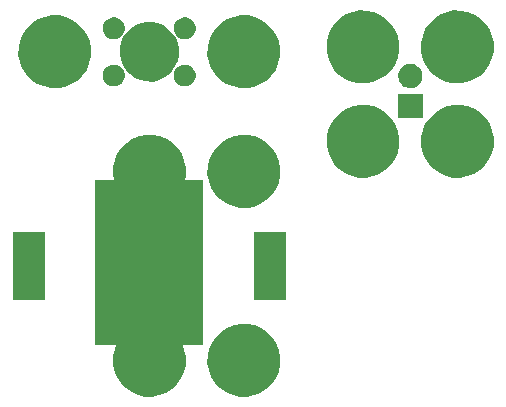
<source format=gts>
G04 #@! TF.FileFunction,Soldermask,Top*
%FSLAX46Y46*%
G04 Gerber Fmt 4.6, Leading zero omitted, Abs format (unit mm)*
G04 Created by KiCad (PCBNEW 4.0.4+e1-6308~48~ubuntu16.04.1-stable) date Tue Dec  6 20:41:16 2016*
%MOMM*%
%LPD*%
G01*
G04 APERTURE LIST*
%ADD10C,0.100000*%
G04 APERTURE END LIST*
D10*
G36*
X157624310Y-96493847D02*
X158215255Y-96615151D01*
X158771398Y-96848932D01*
X159271534Y-97186278D01*
X159696621Y-97614343D01*
X160030466Y-98116821D01*
X160260356Y-98674576D01*
X160377464Y-99266014D01*
X160377464Y-99266024D01*
X160377531Y-99266363D01*
X160367910Y-99955416D01*
X160367833Y-99955754D01*
X160367833Y-99955762D01*
X160295135Y-100275745D01*
X160293961Y-100289992D01*
X160296802Y-100304001D01*
X160303434Y-100316665D01*
X160313331Y-100326979D01*
X160325710Y-100334128D01*
X160344673Y-100337800D01*
X161881400Y-100337800D01*
X161881400Y-114290200D01*
X160177812Y-114290200D01*
X160163659Y-114292211D01*
X160150628Y-114298086D01*
X160139748Y-114307358D01*
X160131883Y-114319294D01*
X160127654Y-114332949D01*
X160127397Y-114347242D01*
X160130845Y-114360358D01*
X160260356Y-114674576D01*
X160377464Y-115266014D01*
X160377464Y-115266024D01*
X160377531Y-115266363D01*
X160367910Y-115955416D01*
X160367833Y-115955754D01*
X160367833Y-115955762D01*
X160234257Y-116543701D01*
X159988885Y-117094816D01*
X159641137Y-117587778D01*
X159204262Y-118003809D01*
X158694900Y-118327061D01*
X158132454Y-118545219D01*
X157538347Y-118649976D01*
X156935203Y-118637342D01*
X156346000Y-118507797D01*
X155793182Y-118266277D01*
X155297807Y-117921982D01*
X154878737Y-117488023D01*
X154551938Y-116980930D01*
X154329856Y-116420014D01*
X154220955Y-115826658D01*
X154229377Y-115223441D01*
X154354806Y-114633347D01*
X154471528Y-114361012D01*
X154475255Y-114347212D01*
X154474989Y-114332920D01*
X154470752Y-114319267D01*
X154462880Y-114307335D01*
X154451995Y-114298069D01*
X154438960Y-114292203D01*
X154424836Y-114290200D01*
X152729000Y-114290200D01*
X152729000Y-100337800D01*
X154253795Y-100337800D01*
X154267948Y-100335789D01*
X154280979Y-100329914D01*
X154291859Y-100320642D01*
X154299724Y-100308706D01*
X154303953Y-100295051D01*
X154303760Y-100277830D01*
X154220955Y-99826658D01*
X154229377Y-99223441D01*
X154354806Y-98633347D01*
X154592459Y-98078858D01*
X154933291Y-97581088D01*
X155364312Y-97159000D01*
X155869113Y-96828668D01*
X156428459Y-96602677D01*
X157021045Y-96489636D01*
X157624310Y-96493847D01*
X157624310Y-96493847D01*
G37*
G36*
X165624310Y-112493847D02*
X166215255Y-112615151D01*
X166771398Y-112848932D01*
X167271534Y-113186278D01*
X167696621Y-113614343D01*
X168030466Y-114116821D01*
X168260356Y-114674576D01*
X168377464Y-115266014D01*
X168377464Y-115266024D01*
X168377531Y-115266363D01*
X168367910Y-115955416D01*
X168367833Y-115955754D01*
X168367833Y-115955762D01*
X168234257Y-116543701D01*
X167988885Y-117094816D01*
X167641137Y-117587778D01*
X167204262Y-118003809D01*
X166694900Y-118327061D01*
X166132454Y-118545219D01*
X165538347Y-118649976D01*
X164935203Y-118637342D01*
X164346000Y-118507797D01*
X163793182Y-118266277D01*
X163297807Y-117921982D01*
X162878737Y-117488023D01*
X162551938Y-116980930D01*
X162329856Y-116420014D01*
X162220955Y-115826658D01*
X162229377Y-115223441D01*
X162354806Y-114633347D01*
X162592459Y-114078858D01*
X162933291Y-113581088D01*
X163364312Y-113159000D01*
X163869113Y-112828668D01*
X164428459Y-112602677D01*
X165021045Y-112489636D01*
X165624310Y-112493847D01*
X165624310Y-112493847D01*
G37*
G36*
X168877400Y-110424200D02*
X166125000Y-110424200D01*
X166125000Y-104711800D01*
X168877400Y-104711800D01*
X168877400Y-110424200D01*
X168877400Y-110424200D01*
G37*
G36*
X148477400Y-110424200D02*
X145725000Y-110424200D01*
X145725000Y-104711800D01*
X148477400Y-104711800D01*
X148477400Y-110424200D01*
X148477400Y-110424200D01*
G37*
G36*
X165624310Y-96493847D02*
X166215255Y-96615151D01*
X166771398Y-96848932D01*
X167271534Y-97186278D01*
X167696621Y-97614343D01*
X168030466Y-98116821D01*
X168260356Y-98674576D01*
X168377464Y-99266014D01*
X168377464Y-99266024D01*
X168377531Y-99266363D01*
X168367910Y-99955416D01*
X168367833Y-99955754D01*
X168367833Y-99955762D01*
X168234257Y-100543701D01*
X167988885Y-101094816D01*
X167641137Y-101587778D01*
X167204262Y-102003809D01*
X166694900Y-102327061D01*
X166132454Y-102545219D01*
X165538347Y-102649976D01*
X164935203Y-102637342D01*
X164346000Y-102507797D01*
X163793182Y-102266277D01*
X163297807Y-101921982D01*
X162878737Y-101488023D01*
X162551938Y-100980930D01*
X162329856Y-100420014D01*
X162220955Y-99826658D01*
X162229377Y-99223441D01*
X162354806Y-98633347D01*
X162592459Y-98078858D01*
X162933291Y-97581088D01*
X163364312Y-97159000D01*
X163869113Y-96828668D01*
X164428459Y-96602677D01*
X165021045Y-96489636D01*
X165624310Y-96493847D01*
X165624310Y-96493847D01*
G37*
G36*
X175710110Y-93952847D02*
X176301055Y-94074151D01*
X176857198Y-94307932D01*
X177357334Y-94645278D01*
X177782421Y-95073343D01*
X178116266Y-95575821D01*
X178346156Y-96133576D01*
X178463264Y-96725014D01*
X178463264Y-96725024D01*
X178463331Y-96725363D01*
X178453710Y-97414416D01*
X178453633Y-97414754D01*
X178453633Y-97414762D01*
X178320057Y-98002701D01*
X178074685Y-98553816D01*
X177726937Y-99046778D01*
X177290062Y-99462809D01*
X176780700Y-99786061D01*
X176218254Y-100004219D01*
X175624147Y-100108976D01*
X175021003Y-100096342D01*
X174431800Y-99966797D01*
X173878982Y-99725277D01*
X173383607Y-99380982D01*
X172964537Y-98947023D01*
X172637738Y-98439930D01*
X172415656Y-97879014D01*
X172306755Y-97285658D01*
X172315177Y-96682441D01*
X172440606Y-96092347D01*
X172678259Y-95537858D01*
X173019091Y-95040088D01*
X173450112Y-94618000D01*
X173954913Y-94287668D01*
X174514259Y-94061677D01*
X175106845Y-93948636D01*
X175710110Y-93952847D01*
X175710110Y-93952847D01*
G37*
G36*
X183710110Y-93952847D02*
X184301055Y-94074151D01*
X184857198Y-94307932D01*
X185357334Y-94645278D01*
X185782421Y-95073343D01*
X186116266Y-95575821D01*
X186346156Y-96133576D01*
X186463264Y-96725014D01*
X186463264Y-96725024D01*
X186463331Y-96725363D01*
X186453710Y-97414416D01*
X186453633Y-97414754D01*
X186453633Y-97414762D01*
X186320057Y-98002701D01*
X186074685Y-98553816D01*
X185726937Y-99046778D01*
X185290062Y-99462809D01*
X184780700Y-99786061D01*
X184218254Y-100004219D01*
X183624147Y-100108976D01*
X183021003Y-100096342D01*
X182431800Y-99966797D01*
X181878982Y-99725277D01*
X181383607Y-99380982D01*
X180964537Y-98947023D01*
X180637738Y-98439930D01*
X180415656Y-97879014D01*
X180306755Y-97285658D01*
X180315177Y-96682441D01*
X180440606Y-96092347D01*
X180678259Y-95537858D01*
X181019091Y-95040088D01*
X181450112Y-94618000D01*
X181954913Y-94287668D01*
X182514259Y-94061677D01*
X183106845Y-93948636D01*
X183710110Y-93952847D01*
X183710110Y-93952847D01*
G37*
G36*
X180463200Y-95053200D02*
X178310800Y-95053200D01*
X178310800Y-93000800D01*
X180463200Y-93000800D01*
X180463200Y-95053200D01*
X180463200Y-95053200D01*
G37*
G36*
X165620311Y-86368248D02*
X166211256Y-86489552D01*
X166767399Y-86723333D01*
X167267535Y-87060679D01*
X167692622Y-87488744D01*
X168026467Y-87991222D01*
X168256357Y-88548977D01*
X168373465Y-89140415D01*
X168373465Y-89140425D01*
X168373532Y-89140764D01*
X168363911Y-89829817D01*
X168363834Y-89830155D01*
X168363834Y-89830163D01*
X168230258Y-90418102D01*
X167984886Y-90969217D01*
X167637138Y-91462179D01*
X167200263Y-91878210D01*
X166690901Y-92201462D01*
X166128455Y-92419620D01*
X165534348Y-92524377D01*
X164931204Y-92511743D01*
X164342001Y-92382198D01*
X163789183Y-92140678D01*
X163293808Y-91796383D01*
X162874738Y-91362424D01*
X162547939Y-90855331D01*
X162325857Y-90294415D01*
X162216956Y-89701059D01*
X162225378Y-89097842D01*
X162350807Y-88507748D01*
X162588460Y-87953259D01*
X162929292Y-87455489D01*
X163360313Y-87033401D01*
X163865114Y-86703069D01*
X164424460Y-86477078D01*
X165017046Y-86364037D01*
X165620311Y-86368248D01*
X165620311Y-86368248D01*
G37*
G36*
X149620311Y-86368248D02*
X150211256Y-86489552D01*
X150767399Y-86723333D01*
X151267535Y-87060679D01*
X151692622Y-87488744D01*
X152026467Y-87991222D01*
X152256357Y-88548977D01*
X152373465Y-89140415D01*
X152373465Y-89140425D01*
X152373532Y-89140764D01*
X152363911Y-89829817D01*
X152363834Y-89830155D01*
X152363834Y-89830163D01*
X152230258Y-90418102D01*
X151984886Y-90969217D01*
X151637138Y-91462179D01*
X151200263Y-91878210D01*
X150690901Y-92201462D01*
X150128455Y-92419620D01*
X149534348Y-92524377D01*
X148931204Y-92511743D01*
X148342001Y-92382198D01*
X147789183Y-92140678D01*
X147293808Y-91796383D01*
X146874738Y-91362424D01*
X146547939Y-90855331D01*
X146325857Y-90294415D01*
X146216956Y-89701059D01*
X146225378Y-89097842D01*
X146350807Y-88507748D01*
X146588460Y-87953259D01*
X146929292Y-87455489D01*
X147360313Y-87033401D01*
X147865114Y-86703069D01*
X148424460Y-86477078D01*
X149017046Y-86364037D01*
X149620311Y-86368248D01*
X149620311Y-86368248D01*
G37*
G36*
X179494790Y-90461481D02*
X179691921Y-90501947D01*
X179877451Y-90579937D01*
X180044292Y-90692473D01*
X180186098Y-90835272D01*
X180297466Y-91002895D01*
X180374156Y-91188958D01*
X180413176Y-91386027D01*
X180413176Y-91386032D01*
X180413244Y-91386376D01*
X180410034Y-91616239D01*
X180409957Y-91616577D01*
X180409957Y-91616586D01*
X180365449Y-91812490D01*
X180283596Y-91996335D01*
X180167588Y-92160786D01*
X180021850Y-92299571D01*
X179851931Y-92407405D01*
X179664299Y-92480182D01*
X179466112Y-92515128D01*
X179264905Y-92510913D01*
X179068351Y-92467699D01*
X178883933Y-92387128D01*
X178718682Y-92272275D01*
X178578882Y-92127509D01*
X178469864Y-91958345D01*
X178395777Y-91771224D01*
X178359449Y-91573288D01*
X178362258Y-91372058D01*
X178404102Y-91175205D01*
X178483380Y-90990232D01*
X178597080Y-90824178D01*
X178740865Y-90683373D01*
X178909265Y-90573176D01*
X179095860Y-90497786D01*
X179293540Y-90460077D01*
X179494790Y-90461481D01*
X179494790Y-90461481D01*
G37*
G36*
X154387887Y-90531016D02*
X154565808Y-90567538D01*
X154733259Y-90637928D01*
X154883842Y-90739498D01*
X155011830Y-90868382D01*
X155112344Y-91019670D01*
X155181563Y-91187606D01*
X155216773Y-91365428D01*
X155216773Y-91365443D01*
X155216840Y-91365782D01*
X155213943Y-91573246D01*
X155213867Y-91573580D01*
X155213867Y-91573593D01*
X155173703Y-91750373D01*
X155099827Y-91916303D01*
X154995124Y-92064728D01*
X154863586Y-92189989D01*
X154710224Y-92287317D01*
X154540880Y-92353001D01*
X154362004Y-92384542D01*
X154180405Y-92380737D01*
X154003003Y-92341733D01*
X153836556Y-92269014D01*
X153687408Y-92165354D01*
X153561232Y-92034695D01*
X153462837Y-91882014D01*
X153395969Y-91713128D01*
X153363182Y-91534481D01*
X153365717Y-91352860D01*
X153403483Y-91175189D01*
X153475036Y-91008241D01*
X153577656Y-90858369D01*
X153707430Y-90731285D01*
X153859420Y-90631826D01*
X154027832Y-90563783D01*
X154206249Y-90529748D01*
X154387887Y-90531016D01*
X154387887Y-90531016D01*
G37*
G36*
X160387887Y-90531016D02*
X160565808Y-90567538D01*
X160733259Y-90637928D01*
X160883842Y-90739498D01*
X161011830Y-90868382D01*
X161112344Y-91019670D01*
X161181563Y-91187606D01*
X161216773Y-91365428D01*
X161216773Y-91365443D01*
X161216840Y-91365782D01*
X161213943Y-91573246D01*
X161213867Y-91573580D01*
X161213867Y-91573593D01*
X161173703Y-91750373D01*
X161099827Y-91916303D01*
X160995124Y-92064728D01*
X160863586Y-92189989D01*
X160710224Y-92287317D01*
X160540880Y-92353001D01*
X160362004Y-92384542D01*
X160180405Y-92380737D01*
X160003003Y-92341733D01*
X159836556Y-92269014D01*
X159687408Y-92165354D01*
X159561232Y-92034695D01*
X159462837Y-91882014D01*
X159395969Y-91713128D01*
X159363182Y-91534481D01*
X159365717Y-91352860D01*
X159403483Y-91175189D01*
X159475036Y-91008241D01*
X159577656Y-90858369D01*
X159707430Y-90731285D01*
X159859420Y-90631826D01*
X160027832Y-90563783D01*
X160206249Y-90529748D01*
X160387887Y-90531016D01*
X160387887Y-90531016D01*
G37*
G36*
X183710110Y-85952847D02*
X184301055Y-86074151D01*
X184857198Y-86307932D01*
X185357334Y-86645278D01*
X185782421Y-87073343D01*
X186116266Y-87575821D01*
X186346156Y-88133576D01*
X186463264Y-88725014D01*
X186463264Y-88725024D01*
X186463331Y-88725363D01*
X186453710Y-89414416D01*
X186453633Y-89414754D01*
X186453633Y-89414762D01*
X186320057Y-90002701D01*
X186074685Y-90553816D01*
X185726937Y-91046778D01*
X185290062Y-91462809D01*
X184780700Y-91786061D01*
X184218254Y-92004219D01*
X183624147Y-92108976D01*
X183021003Y-92096342D01*
X182431800Y-91966797D01*
X181878982Y-91725277D01*
X181383607Y-91380982D01*
X180964537Y-90947023D01*
X180637738Y-90439930D01*
X180415656Y-89879014D01*
X180306755Y-89285658D01*
X180315177Y-88682441D01*
X180440606Y-88092347D01*
X180678259Y-87537858D01*
X181019091Y-87040088D01*
X181450112Y-86618000D01*
X181954913Y-86287668D01*
X182514259Y-86061677D01*
X183106845Y-85948636D01*
X183710110Y-85952847D01*
X183710110Y-85952847D01*
G37*
G36*
X175710110Y-85952847D02*
X176301055Y-86074151D01*
X176857198Y-86307932D01*
X177357334Y-86645278D01*
X177782421Y-87073343D01*
X178116266Y-87575821D01*
X178346156Y-88133576D01*
X178463264Y-88725014D01*
X178463264Y-88725024D01*
X178463331Y-88725363D01*
X178453710Y-89414416D01*
X178453633Y-89414754D01*
X178453633Y-89414762D01*
X178320057Y-90002701D01*
X178074685Y-90553816D01*
X177726937Y-91046778D01*
X177290062Y-91462809D01*
X176780700Y-91786061D01*
X176218254Y-92004219D01*
X175624147Y-92108976D01*
X175021003Y-92096342D01*
X174431800Y-91966797D01*
X173878982Y-91725277D01*
X173383607Y-91380982D01*
X172964537Y-90947023D01*
X172637738Y-90439930D01*
X172415656Y-89879014D01*
X172306755Y-89285658D01*
X172315177Y-88682441D01*
X172440606Y-88092347D01*
X172678259Y-87537858D01*
X173019091Y-87040088D01*
X173450112Y-86618000D01*
X173954913Y-86287668D01*
X174514259Y-86061677D01*
X175106845Y-85948636D01*
X175710110Y-85952847D01*
X175710110Y-85952847D01*
G37*
G36*
X157561492Y-86927874D02*
X158044859Y-87027096D01*
X158499761Y-87218319D01*
X158908851Y-87494254D01*
X159256554Y-87844392D01*
X159529625Y-88255398D01*
X159717665Y-88711617D01*
X159813441Y-89195326D01*
X159813441Y-89195331D01*
X159813509Y-89195675D01*
X159805639Y-89759290D01*
X159805562Y-89759628D01*
X159805562Y-89759637D01*
X159696317Y-90240484D01*
X159495613Y-90691271D01*
X159211170Y-91094494D01*
X158853825Y-91434789D01*
X158437190Y-91699195D01*
X157977129Y-91877640D01*
X157491178Y-91963327D01*
X156997831Y-91952992D01*
X156515888Y-91847030D01*
X156063706Y-91649477D01*
X155658511Y-91367859D01*
X155315730Y-91012899D01*
X155048422Y-90598117D01*
X154866767Y-90139312D01*
X154777691Y-89653972D01*
X154784580Y-89160567D01*
X154887176Y-88677895D01*
X155081566Y-88224346D01*
X155360352Y-87817191D01*
X155712909Y-87471941D01*
X156125814Y-87201744D01*
X156583337Y-87016892D01*
X157068045Y-86924430D01*
X157561492Y-86927874D01*
X157561492Y-86927874D01*
G37*
G36*
X160387887Y-86531016D02*
X160565808Y-86567538D01*
X160733259Y-86637928D01*
X160883842Y-86739498D01*
X161011830Y-86868382D01*
X161112344Y-87019670D01*
X161181563Y-87187606D01*
X161216773Y-87365428D01*
X161216773Y-87365443D01*
X161216840Y-87365782D01*
X161213943Y-87573246D01*
X161213867Y-87573580D01*
X161213867Y-87573593D01*
X161173703Y-87750373D01*
X161099827Y-87916303D01*
X160995124Y-88064728D01*
X160863586Y-88189989D01*
X160710224Y-88287317D01*
X160540880Y-88353001D01*
X160362004Y-88384542D01*
X160180405Y-88380737D01*
X160003003Y-88341733D01*
X159836556Y-88269014D01*
X159687408Y-88165354D01*
X159561232Y-88034695D01*
X159462837Y-87882014D01*
X159395969Y-87713128D01*
X159363182Y-87534481D01*
X159365717Y-87352860D01*
X159403483Y-87175189D01*
X159475036Y-87008241D01*
X159577656Y-86858369D01*
X159707430Y-86731285D01*
X159859420Y-86631826D01*
X160027832Y-86563783D01*
X160206249Y-86529748D01*
X160387887Y-86531016D01*
X160387887Y-86531016D01*
G37*
G36*
X154387887Y-86531016D02*
X154565808Y-86567538D01*
X154733259Y-86637928D01*
X154883842Y-86739498D01*
X155011830Y-86868382D01*
X155112344Y-87019670D01*
X155181563Y-87187606D01*
X155216773Y-87365428D01*
X155216773Y-87365443D01*
X155216840Y-87365782D01*
X155213943Y-87573246D01*
X155213867Y-87573580D01*
X155213867Y-87573593D01*
X155173703Y-87750373D01*
X155099827Y-87916303D01*
X154995124Y-88064728D01*
X154863586Y-88189989D01*
X154710224Y-88287317D01*
X154540880Y-88353001D01*
X154362004Y-88384542D01*
X154180405Y-88380737D01*
X154003003Y-88341733D01*
X153836556Y-88269014D01*
X153687408Y-88165354D01*
X153561232Y-88034695D01*
X153462837Y-87882014D01*
X153395969Y-87713128D01*
X153363182Y-87534481D01*
X153365717Y-87352860D01*
X153403483Y-87175189D01*
X153475036Y-87008241D01*
X153577656Y-86858369D01*
X153707430Y-86731285D01*
X153859420Y-86631826D01*
X154027832Y-86563783D01*
X154206249Y-86529748D01*
X154387887Y-86531016D01*
X154387887Y-86531016D01*
G37*
M02*

</source>
